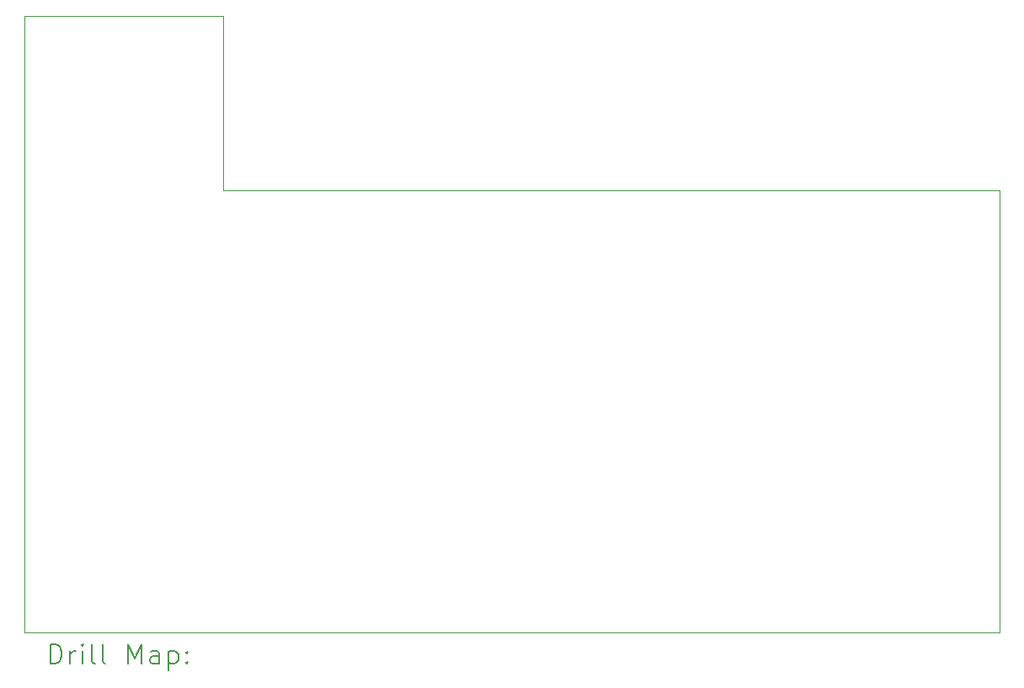
<source format=gbr>
%TF.GenerationSoftware,KiCad,Pcbnew,8.0.3*%
%TF.CreationDate,2024-09-16T17:57:32+02:00*%
%TF.ProjectId,DMH_VCO_40106_PCB_Connectors,444d485f-5643-44f5-9f34-303130365f50,1*%
%TF.SameCoordinates,Original*%
%TF.FileFunction,Drillmap*%
%TF.FilePolarity,Positive*%
%FSLAX45Y45*%
G04 Gerber Fmt 4.5, Leading zero omitted, Abs format (unit mm)*
G04 Created by KiCad (PCBNEW 8.0.3) date 2024-09-16 17:57:32*
%MOMM*%
%LPD*%
G01*
G04 APERTURE LIST*
%ADD10C,0.050000*%
%ADD11C,0.200000*%
G04 APERTURE END LIST*
D10*
X5100000Y-17550000D02*
X7100000Y-17550000D01*
X7100000Y-17550000D02*
X7100000Y-19300000D01*
X5100000Y-23750000D02*
X14900000Y-23750000D01*
X5100000Y-17550000D02*
X5100000Y-23750000D01*
X7100000Y-19300000D02*
X14900000Y-19300000D01*
X14900000Y-23750000D02*
X14900000Y-19300000D01*
D11*
X5358277Y-24063984D02*
X5358277Y-23863984D01*
X5358277Y-23863984D02*
X5405896Y-23863984D01*
X5405896Y-23863984D02*
X5434467Y-23873508D01*
X5434467Y-23873508D02*
X5453515Y-23892555D01*
X5453515Y-23892555D02*
X5463039Y-23911603D01*
X5463039Y-23911603D02*
X5472563Y-23949698D01*
X5472563Y-23949698D02*
X5472563Y-23978269D01*
X5472563Y-23978269D02*
X5463039Y-24016365D01*
X5463039Y-24016365D02*
X5453515Y-24035412D01*
X5453515Y-24035412D02*
X5434467Y-24054460D01*
X5434467Y-24054460D02*
X5405896Y-24063984D01*
X5405896Y-24063984D02*
X5358277Y-24063984D01*
X5558277Y-24063984D02*
X5558277Y-23930650D01*
X5558277Y-23968746D02*
X5567801Y-23949698D01*
X5567801Y-23949698D02*
X5577324Y-23940174D01*
X5577324Y-23940174D02*
X5596372Y-23930650D01*
X5596372Y-23930650D02*
X5615420Y-23930650D01*
X5682086Y-24063984D02*
X5682086Y-23930650D01*
X5682086Y-23863984D02*
X5672562Y-23873508D01*
X5672562Y-23873508D02*
X5682086Y-23883031D01*
X5682086Y-23883031D02*
X5691610Y-23873508D01*
X5691610Y-23873508D02*
X5682086Y-23863984D01*
X5682086Y-23863984D02*
X5682086Y-23883031D01*
X5805896Y-24063984D02*
X5786848Y-24054460D01*
X5786848Y-24054460D02*
X5777324Y-24035412D01*
X5777324Y-24035412D02*
X5777324Y-23863984D01*
X5910658Y-24063984D02*
X5891610Y-24054460D01*
X5891610Y-24054460D02*
X5882086Y-24035412D01*
X5882086Y-24035412D02*
X5882086Y-23863984D01*
X6139229Y-24063984D02*
X6139229Y-23863984D01*
X6139229Y-23863984D02*
X6205896Y-24006841D01*
X6205896Y-24006841D02*
X6272562Y-23863984D01*
X6272562Y-23863984D02*
X6272562Y-24063984D01*
X6453515Y-24063984D02*
X6453515Y-23959222D01*
X6453515Y-23959222D02*
X6443991Y-23940174D01*
X6443991Y-23940174D02*
X6424943Y-23930650D01*
X6424943Y-23930650D02*
X6386848Y-23930650D01*
X6386848Y-23930650D02*
X6367801Y-23940174D01*
X6453515Y-24054460D02*
X6434467Y-24063984D01*
X6434467Y-24063984D02*
X6386848Y-24063984D01*
X6386848Y-24063984D02*
X6367801Y-24054460D01*
X6367801Y-24054460D02*
X6358277Y-24035412D01*
X6358277Y-24035412D02*
X6358277Y-24016365D01*
X6358277Y-24016365D02*
X6367801Y-23997317D01*
X6367801Y-23997317D02*
X6386848Y-23987793D01*
X6386848Y-23987793D02*
X6434467Y-23987793D01*
X6434467Y-23987793D02*
X6453515Y-23978269D01*
X6548753Y-23930650D02*
X6548753Y-24130650D01*
X6548753Y-23940174D02*
X6567801Y-23930650D01*
X6567801Y-23930650D02*
X6605896Y-23930650D01*
X6605896Y-23930650D02*
X6624943Y-23940174D01*
X6624943Y-23940174D02*
X6634467Y-23949698D01*
X6634467Y-23949698D02*
X6643991Y-23968746D01*
X6643991Y-23968746D02*
X6643991Y-24025888D01*
X6643991Y-24025888D02*
X6634467Y-24044936D01*
X6634467Y-24044936D02*
X6624943Y-24054460D01*
X6624943Y-24054460D02*
X6605896Y-24063984D01*
X6605896Y-24063984D02*
X6567801Y-24063984D01*
X6567801Y-24063984D02*
X6548753Y-24054460D01*
X6729705Y-24044936D02*
X6739229Y-24054460D01*
X6739229Y-24054460D02*
X6729705Y-24063984D01*
X6729705Y-24063984D02*
X6720182Y-24054460D01*
X6720182Y-24054460D02*
X6729705Y-24044936D01*
X6729705Y-24044936D02*
X6729705Y-24063984D01*
X6729705Y-23940174D02*
X6739229Y-23949698D01*
X6739229Y-23949698D02*
X6729705Y-23959222D01*
X6729705Y-23959222D02*
X6720182Y-23949698D01*
X6720182Y-23949698D02*
X6729705Y-23940174D01*
X6729705Y-23940174D02*
X6729705Y-23959222D01*
M02*

</source>
